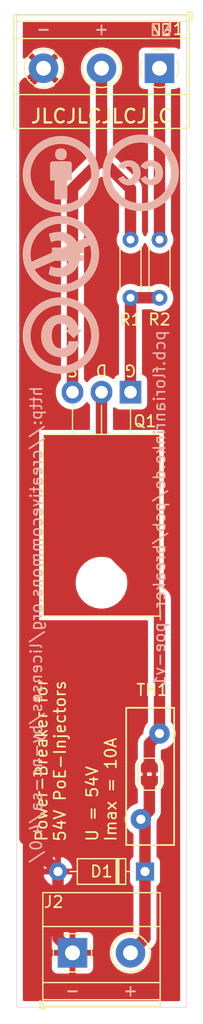
<source format=kicad_pcb>
(kicad_pcb (version 20171130) (host pcbnew 5.1.10)

  (general
    (thickness 1.6)
    (drawings 22)
    (tracks 26)
    (zones 0)
    (modules 12)
    (nets 7)
  )

  (page A4)
  (layers
    (0 F.Cu signal)
    (31 B.Cu signal)
    (32 B.Adhes user)
    (33 F.Adhes user)
    (34 B.Paste user)
    (35 F.Paste user)
    (36 B.SilkS user)
    (37 F.SilkS user)
    (38 B.Mask user)
    (39 F.Mask user)
    (40 Dwgs.User user)
    (41 Cmts.User user)
    (42 Eco1.User user)
    (43 Eco2.User user)
    (44 Edge.Cuts user)
    (45 Margin user)
    (46 B.CrtYd user)
    (47 F.CrtYd user)
    (48 B.Fab user)
    (49 F.Fab user)
  )

  (setup
    (last_trace_width 1)
    (user_trace_width 1)
    (trace_clearance 0.2)
    (zone_clearance 0.508)
    (zone_45_only no)
    (trace_min 0.2)
    (via_size 0.8)
    (via_drill 0.4)
    (via_min_size 0.4)
    (via_min_drill 0.3)
    (uvia_size 0.3)
    (uvia_drill 0.1)
    (uvias_allowed no)
    (uvia_min_size 0.2)
    (uvia_min_drill 0.1)
    (edge_width 0.05)
    (segment_width 0.2)
    (pcb_text_width 0.3)
    (pcb_text_size 1.5 1.5)
    (mod_edge_width 0.12)
    (mod_text_size 1 1)
    (mod_text_width 0.15)
    (pad_size 1.524 1.524)
    (pad_drill 0.762)
    (pad_to_mask_clearance 0)
    (aux_axis_origin 0 0)
    (visible_elements FFFFFF7F)
    (pcbplotparams
      (layerselection 0x010fc_ffffffff)
      (usegerberextensions true)
      (usegerberattributes true)
      (usegerberadvancedattributes true)
      (creategerberjobfile true)
      (excludeedgelayer true)
      (linewidth 0.100000)
      (plotframeref false)
      (viasonmask false)
      (mode 1)
      (useauxorigin false)
      (hpglpennumber 1)
      (hpglpenspeed 20)
      (hpglpendiameter 15.000000)
      (psnegative false)
      (psa4output false)
      (plotreference true)
      (plotvalue true)
      (plotinvisibletext false)
      (padsonsilk false)
      (subtractmaskfromsilk true)
      (outputformat 1)
      (mirror false)
      (drillshape 0)
      (scaleselection 1)
      (outputdirectory "gerber/"))
  )

  (net 0 "")
  (net 1 GND)
  (net 2 +48V)
  (net 3 /Vout)
  (net 4 /nEN)
  (net 5 /Gate)
  (net 6 /Drain)

  (net_class Default "This is the default net class."
    (clearance 0.2)
    (trace_width 0.25)
    (via_dia 0.8)
    (via_drill 0.4)
    (uvia_dia 0.3)
    (uvia_drill 0.1)
    (add_net +48V)
    (add_net /Drain)
    (add_net /Gate)
    (add_net /Vout)
    (add_net /nEN)
    (add_net GND)
  )

  (module _FR:Symbol_CC_SA_Silk locked (layer B.Cu) (tedit 5F7A472F) (tstamp 60E1800C)
    (at 146.304 86.487 180)
    (attr virtual)
    (fp_text reference REF** (at 0 -4) (layer B.Fab) hide
      (effects (font (size 1 1) (thickness 0.15)) (justify mirror))
    )
    (fp_text value Symbol_CC_SA_Silk (at 0.05 4) (layer B.Fab) hide
      (effects (font (size 1 1) (thickness 0.15)) (justify mirror))
    )
    (fp_circle (center 0 0) (end 3 0) (layer B.SilkS) (width 0.7))
    (fp_curve (pts (xy 1.7 -0.05) (xy 1.7 -0.570171) (xy 1.536699 -1.0025) (xy 1.210309 -1.347093)) (layer B.SilkS) (width 0.08))
    (fp_curve (pts (xy 0.617642 -0.848301) (xy 0.762951 -0.642773) (xy 0.835553 -0.368453) (xy 0.835553 -0.02587)) (layer B.SilkS) (width 0.08))
    (fp_curve (pts (xy 1.210309 -1.347093) (xy 0.883496 -1.691687) (xy 0.460374 -1.864195) (xy -0.059903 -1.864195)) (layer B.SilkS) (width 0.08))
    (fp_line (start -0.45265 0.476203) (end -1.123845 -0.195097) (layer B.SilkS) (width 0.08))
    (fp_curve (pts (xy 0.636057 0.793597) (xy 0.502919 0.981028) (xy 0.311572 1.074797) (xy 0.061382 1.074797)) (layer B.SilkS) (width 0.08))
    (fp_curve (pts (xy -0.059903 -1.864195) (xy -0.442914 -1.864195) (xy -0.773537 -1.749366) (xy -1.051667 -1.519496)) (layer B.SilkS) (width 0.08))
    (fp_line (start -1.553634 -0.539797) (end -0.700724 -0.539797) (layer B.SilkS) (width 0.08))
    (fp_line (start -0.700618 0.476203) (end -0.45265 0.476203) (layer B.SilkS) (width 0.08))
    (fp_curve (pts (xy 1.2283 1.268366) (xy 1.542731 0.925677) (xy 1.7 0.486152) (xy 1.7 -0.05)) (layer B.SilkS) (width 0.08))
    (fp_line (start -1.123845 -0.195097) (end -1.795146 0.476203) (layer B.SilkS) (width 0.08))
    (fp_curve (pts (xy 0.043179 -1.156699) (xy 0.28088 -1.156699) (xy 0.472545 -1.053829) (xy 0.617642 -0.848301)) (layer B.SilkS) (width 0.08))
    (fp_curve (pts (xy 0.835553 -0.02587) (xy 0.835553 0.333011) (xy 0.768984 0.606061) (xy 0.636057 0.793597)) (layer B.SilkS) (width 0.08))
    (fp_curve (pts (xy -1.051667 -1.519496) (xy -1.329903 -1.289626) (xy -1.49712 -0.96313) (xy -1.553634 -0.539797)) (layer B.SilkS) (width 0.08))
    (fp_line (start -1.795146 0.476203) (end -1.529293 0.476097) (layer B.SilkS) (width 0.08))
    (fp_curve (pts (xy 0.061382 1.074797) (xy -0.390314 1.074797) (xy -0.644209 0.875301) (xy -0.700618 0.476203)) (layer B.SilkS) (width 0.08))
    (fp_curve (pts (xy -1.529293 0.476097) (xy -1.46484 0.891387) (xy -1.297624 1.212909) (xy -1.027431 1.440663)) (layer B.SilkS) (width 0.08))
    (fp_curve (pts (xy -0.700724 -0.539797) (xy -0.680615 -0.951065) (xy -0.432648 -1.156699) (xy 0.043179 -1.156699)) (layer B.SilkS) (width 0.08))
    (fp_curve (pts (xy -0.0417 1.782293) (xy 0.490324 1.782293) (xy 0.91387 1.610843) (xy 1.2283 1.268366)) (layer B.SilkS) (width 0.08))
    (fp_curve (pts (xy -1.027431 1.440663) (xy -0.757344 1.668416) (xy -0.428838 1.782293) (xy -0.0417 1.782293)) (layer B.SilkS) (width 0.08))
    (fp_poly (pts (xy 0.65 1.65) (xy 0.95 1.45) (xy 1.3 1.05) (xy 1.55 0.6)
      (xy 1.65 0.3) (xy 1.65 0) (xy 1.65 -0.4) (xy 1.5 -0.9)
      (xy 1.3 -1.2) (xy 1.1 -1.4) (xy 0.8 -1.65) (xy 0.4 -1.8)
      (xy 0.1 -1.85) (xy -0.2 -1.85) (xy -0.575 -1.75) (xy -0.9 -1.6)
      (xy -1.15 -1.4) (xy -1.35 -1.1) (xy -1.5 -0.6) (xy -0.75 -0.6)
      (xy -0.75 -0.75) (xy -0.6 -1) (xy -0.3 -1.2) (xy 0.2 -1.2)
      (xy 0.6 -1) (xy 0.85 -0.55) (xy 0.9 0) (xy 0.85 0.55)
      (xy 0.65 0.9) (xy 0.25 1.1) (xy -0.25 1.1) (xy -0.6 0.9)
      (xy -0.8 0.45) (xy -0.55 0.45) (xy -1.1 -0.1) (xy -1.7 0.45)
      (xy -1.5 0.45) (xy -1.4 0.8) (xy -1.25 1.15) (xy -0.9 1.5)
      (xy -0.3 1.75) (xy 0.3 1.7)) (layer B.SilkS) (width 0.1))
  )

  (module _FR:Symbol_CC_NC_Silk locked (layer B.Cu) (tedit 5F7A471F) (tstamp 60E17F4B)
    (at 146.304 79.375 180)
    (attr virtual)
    (fp_text reference REF** (at 0 -4) (layer B.SilkS) hide
      (effects (font (size 1 1) (thickness 0.15)) (justify mirror))
    )
    (fp_text value Symbol_CC_NC_Silk (at 0.05 4) (layer B.Fab) hide
      (effects (font (size 1 1) (thickness 0.15)) (justify mirror))
    )
    (fp_poly (pts (xy 0.55 -0.5) (xy -0.75 -0.5) (xy -0.7 -0.75) (xy -0.45 -1.1)
      (xy -0.2 -1.2) (xy 0.15 -1.3) (xy 0.45 -1.3) (xy 0.85 -1.15)
      (xy 0.95 -1.7) (xy 0.7 -1.8) (xy 0.25 -1.9) (xy -0.15 -1.85)
      (xy -0.55 -1.75) (xy -0.95 -1.55) (xy -1.25 -1.2) (xy -1.45 -0.9)
      (xy -1.55 -0.5) (xy -1.9 -0.5) (xy -1.9 -0.2) (xy -1.6 -0.2)
      (xy -1.6 0.2) (xy -1.9 0.2) (xy -1.9 0.5) (xy -1.85 0.5)) (layer B.SilkS) (width 0.1))
    (fp_poly (pts (xy 0.6 1.8) (xy 0.95 1.7) (xy 0.8 1.15) (xy 0.4 1.3)
      (xy -0.1 1.25) (xy -0.45 1.05) (xy -0.7 0.75) (xy -1.3 1)
      (xy -1.2 1.25) (xy -0.95 1.45) (xy -0.5 1.75) (xy 0.05 1.85)) (layer B.SilkS) (width 0.1))
    (fp_poly (pts (xy 0.750899 0.133914) (xy -0.25 0.5) (xy 0.75 0.5)) (layer B.SilkS) (width 0.1))
    (fp_poly (pts (xy 2.75 -0.85) (xy 2.55 -1.35) (xy -2.9 1) (xy -2.6 1.55)) (layer B.SilkS) (width 0.1))
    (fp_line (start -2.85 0.95) (end -1.896848 0.541953) (layer B.SilkS) (width 0.08))
    (fp_line (start -0.692013 -0.544683) (end 0.557672 -0.544683) (layer B.SilkS) (width 0.08))
    (fp_line (start -1.6462 -0.136645) (end -1.962445 -0.136645) (layer B.SilkS) (width 0.08))
    (fp_line (start 0.750899 0.541953) (end -0.222359 0.541953) (layer B.SilkS) (width 0.08))
    (fp_line (start -0.222359 0.541953) (end -0.617823 0.716947) (layer B.SilkS) (width 0.08))
    (fp_line (start -1.962445 -0.136645) (end -1.962445 -0.544683) (layer B.SilkS) (width 0.08))
    (fp_line (start 0.750899 0.133914) (end 0.750899 0.541953) (layer B.SilkS) (width 0.08))
    (fp_line (start -1.962445 0.541953) (end -1.962445 0.133705) (layer B.SilkS) (width 0.08))
    (fp_curve (pts (xy 1.009512 1.743436) (xy 0.80242 1.835179) (xy 0.497882 1.915705) (xy 0.147328 1.915705)) (layer B.SilkS) (width 0.08))
    (fp_line (start -1.962445 -0.544683) (end -1.588986 -0.544683) (layer B.SilkS) (width 0.08))
    (fp_line (start -1.373544 1.051635) (end -2.6 1.6) (layer B.SilkS) (width 0.08))
    (fp_curve (pts (xy -1.640331 0.133705) (xy -1.640331 0.075977) (xy -1.6462 0.018632) (xy -1.6462 -0.038774)) (layer B.SilkS) (width 0.08))
    (fp_curve (pts (xy 0.239121 -1.240257) (xy -0.048447 -1.240257) (xy -0.318327 -1.154049) (xy -0.502349 -0.947064)) (layer B.SilkS) (width 0.08))
    (fp_line (start -1.962445 0.133705) (end -1.640331 0.133705) (layer B.SilkS) (width 0.08))
    (fp_curve (pts (xy -0.502349 -0.947064) (xy -0.588512 -0.84942) (xy -0.651775 -0.71701) (xy -0.692013 -0.544683)) (layer B.SilkS) (width 0.08))
    (fp_line (start 0.557672 -0.544683) (end 2.45 -1.35) (layer B.SilkS) (width 0.08))
    (fp_line (start 0.699554 0.133914) (end 0.750899 0.133914) (layer B.SilkS) (width 0.08))
    (fp_line (start 0.84856 1.088101) (end 1.009512 1.743436) (layer B.SilkS) (width 0.08))
    (fp_line (start -1.6462 -0.038774) (end -1.6462 -0.136645) (layer B.SilkS) (width 0.08))
    (fp_curve (pts (xy -0.617823 0.716947) (xy -0.583809 0.793453) (xy -0.543479 0.861869) (xy -0.496481 0.915413)) (layer B.SilkS) (width 0.08))
    (fp_curve (pts (xy 0.894037 -1.091041) (xy 0.773323 -1.154241) (xy 0.503404 -1.240257) (xy 0.239121 -1.240257)) (layer B.SilkS) (width 0.08))
    (fp_curve (pts (xy -1.267082 -1.292021) (xy -0.945177 -1.717472) (xy -0.427634 -1.947147) (xy 0.135592 -1.947147)) (layer B.SilkS) (width 0.08))
    (fp_line (start 1.032146 -1.728772) (end 0.894037 -1.091041) (layer B.SilkS) (width 0.08))
    (fp_curve (pts (xy -0.496481 0.915413) (xy -0.318253 1.134201) (xy -0.06536 1.226) (xy 0.210619 1.226)) (layer B.SilkS) (width 0.08))
    (fp_curve (pts (xy 0.135592 -1.947147) (xy 0.503636 -1.947147) (xy 0.836428 -1.838112) (xy 1.032146 -1.728772)) (layer B.SilkS) (width 0.08))
    (fp_curve (pts (xy 0.147328 1.915705) (xy -0.392935 1.915705) (xy -0.852829 1.697359) (xy -1.180528 1.329529)) (layer B.SilkS) (width 0.08))
    (fp_line (start 0.147328 1.915705) (end 0.147328 1.915705) (layer B.SilkS) (width 0.08))
    (fp_curve (pts (xy -1.180528 1.329529) (xy -1.253278 1.245512) (xy -1.316352 1.151319) (xy -1.373544 1.051635)) (layer B.SilkS) (width 0.08))
    (fp_line (start -1.896848 0.541953) (end -1.962445 0.541953) (layer B.SilkS) (width 0.08))
    (fp_curve (pts (xy -1.588986 -0.544683) (xy -1.537159 -0.84942) (xy -1.422132 -1.096625) (xy -1.267082 -1.292021)) (layer B.SilkS) (width 0.08))
    (fp_line (start 2.7 -0.75) (end 0.699554 0.133914) (layer B.SilkS) (width 0.08))
    (fp_curve (pts (xy 0.210619 1.226) (xy 0.463529 1.226) (xy 0.699196 1.151301) (xy 0.84856 1.088101)) (layer B.SilkS) (width 0.08))
    (fp_circle (center 0 0) (end 3 0) (layer B.SilkS) (width 0.7))
  )

  (module _FR:Symbol_CC_By_Silk locked (layer B.Cu) (tedit 5F7A4710) (tstamp 60E17E8A)
    (at 146.304 72.39 180)
    (attr virtual)
    (fp_text reference REF** (at 0 -4) (layer B.Fab) hide
      (effects (font (size 1 1) (thickness 0.15)) (justify mirror))
    )
    (fp_text value Symbol_CC_By_Silk (at 0.05 4) (layer B.Fab) hide
      (effects (font (size 1 1) (thickness 0.15)) (justify mirror))
    )
    (fp_circle (center 0 0) (end 3 0) (layer B.SilkS) (width 0.7))
    (fp_line (start -0.475 1.75) (end -0.475 1.75) (layer B.SilkS) (width 0.08))
    (fp_curve (pts (xy -0.003195 1.278301) (xy -0.317626 1.278301) (xy -0.475 1.435569) (xy -0.475 1.75)) (layer B.SilkS) (width 0.08))
    (fp_curve (pts (xy 0.468504 1.75) (xy 0.468504 1.435569) (xy 0.311236 1.278301) (xy -0.003195 1.278301)) (layer B.SilkS) (width 0.08))
    (fp_curve (pts (xy -0.003195 2.227731) (xy 0.311448 2.227731) (xy 0.468504 2.068558) (xy 0.468504 1.75)) (layer B.SilkS) (width 0.08))
    (fp_line (start -0.529292 -2.150487) (end -0.529292 -0.505732) (layer B.SilkS) (width 0.08))
    (fp_curve (pts (xy -0.475 1.75) (xy -0.475 2.068347) (xy -0.317837 2.227731) (xy -0.003195 2.227731)) (layer B.SilkS) (width 0.08))
    (fp_curve (pts (xy 0.843578 1.033402) (xy 0.88771 0.991069) (xy 0.910041 0.939634) (xy 0.910041 0.879203)) (layer B.SilkS) (width 0.08))
    (fp_line (start 0.910041 -0.505626) (end 0.523114 -0.505626) (layer B.SilkS) (width 0.08))
    (fp_line (start 0.523114 -2.150487) (end -0.529292 -2.150487) (layer B.SilkS) (width 0.08))
    (fp_line (start -0.916219 -0.505732) (end -0.916219 0.879203) (layer B.SilkS) (width 0.08))
    (fp_line (start -0.698626 1.096902) (end 0.692448 1.096902) (layer B.SilkS) (width 0.08))
    (fp_curve (pts (xy -0.852825 1.033402) (xy -0.810386 1.07563) (xy -0.75895 1.096902) (xy -0.698626 1.096902)) (layer B.SilkS) (width 0.08))
    (fp_line (start 0.910041 0.879203) (end 0.910041 0.879203) (layer B.SilkS) (width 0.08))
    (fp_line (start 0.910041 0.879203) (end 0.910041 -0.505626) (layer B.SilkS) (width 0.08))
    (fp_curve (pts (xy 0.692448 1.096902) (xy 0.748857 1.096902) (xy 0.799339 1.075736) (xy 0.843578 1.033402)) (layer B.SilkS) (width 0.08))
    (fp_line (start -0.529292 -0.505732) (end -0.916219 -0.505732) (layer B.SilkS) (width 0.08))
    (fp_line (start 0.523114 -0.505626) (end 0.523114 -2.150487) (layer B.SilkS) (width 0.08))
    (fp_curve (pts (xy -0.916219 0.879203) (xy -0.916219 0.93974) (xy -0.895052 0.991069) (xy -0.852825 1.033402)) (layer B.SilkS) (width 0.08))
    (fp_poly (pts (xy 0.325 2.1) (xy 0.45 1.75) (xy 0.35 1.425) (xy 0 1.3)
      (xy -0.35 1.425) (xy -0.45 1.75) (xy -0.325 2.1) (xy 0 2.2)) (layer B.SilkS) (width 0.1))
    (fp_poly (pts (xy 0.875 0.9) (xy 0.875 -0.475) (xy 0.5 -0.475) (xy 0.5 -2.125)
      (xy -0.5 -2.125) (xy -0.5 -0.475) (xy -0.875 -0.475) (xy -0.875 0.875)
      (xy -0.75 1.075) (xy 0.75 1.075)) (layer B.SilkS) (width 0.1))
  )

  (module _FR:Symbol_CC_Logo_Silk locked (layer B.Cu) (tedit 5F7A480F) (tstamp 60E17DCF)
    (at 153.289 72.263 180)
    (attr virtual)
    (fp_text reference REF** (at 0 -4) (layer B.SilkS) hide
      (effects (font (size 1 1) (thickness 0.15)) (justify mirror))
    )
    (fp_text value Symbol_CC_Logo_Silk (at 0.05 4) (layer B.Fab) hide
      (effects (font (size 1 1) (thickness 0.15)) (justify mirror))
    )
    (fp_circle (center 0 0) (end 3 0) (layer B.SilkS) (width 0.7))
    (fp_line (start -0.03 0.56) (end -0.03 0.56) (layer B.SilkS) (width 0.08))
    (fp_curve (pts (xy -1.641842 0.765422) (xy -1.454411 0.954864) (xy -1.217556 1.04969) (xy -0.931171 1.04969)) (layer B.SilkS) (width 0.08))
    (fp_curve (pts (xy 1.046431 -1.054806) (xy 0.739937 -1.054806) (xy 0.495145 -0.962201) (xy 0.311842 -0.77657)) (layer B.SilkS) (width 0.08))
    (fp_curve (pts (xy -1.644911 -0.77657) (xy -1.830331 -0.59115) (xy -1.923041 -0.333128) (xy -1.923041 -0.002611)) (layer B.SilkS) (width 0.08))
    (fp_line (start 1.923366 0.56) (end 1.475797 0.324097) (layer B.SilkS) (width 0.08))
    (fp_curve (pts (xy 0.756024 -0.437797) (xy 0.832542 -0.5467) (xy 0.94536 -0.601204) (xy 1.094797 -0.601204)) (layer B.SilkS) (width 0.08))
    (fp_curve (pts (xy -0.393008 -0.912671) (xy -0.550065 -1.007498) (xy -0.723526 -1.054806) (xy -0.913073 -1.054806)) (layer B.SilkS) (width 0.08))
    (fp_curve (pts (xy 1.094797 -0.601204) (xy 1.292176 -0.601204) (xy 1.431347 -0.504366) (xy 1.511886 -0.310903)) (layer B.SilkS) (width 0.08))
    (fp_curve (pts (xy -0.024073 -0.52257) (xy -0.112762 -0.687987) (xy -0.23574 -0.81795) (xy -0.393008 -0.912671)) (layer B.SilkS) (width 0.08))
    (fp_curve (pts (xy -1.312277 -0.002505) (xy -1.312277 -0.183903) (xy -1.273965 -0.328895) (xy -1.197447 -0.437797)) (layer B.SilkS) (width 0.08))
    (fp_curve (pts (xy 0.317768 0.765422) (xy 0.505093 0.954864) (xy 0.741948 1.04969) (xy 1.028227 1.04969)) (layer B.SilkS) (width 0.08))
    (fp_curve (pts (xy 1.028227 1.04969) (xy 1.447539 1.049902) (xy 1.746095 0.886601) (xy 1.923366 0.56)) (layer B.SilkS) (width 0.08))
    (fp_line (start -0.03 0.56) (end -0.483707 0.324097) (layer B.SilkS) (width 0.08))
    (fp_curve (pts (xy 0.036463 -0.002611) (xy 0.036463 0.31997) (xy 0.130126 0.575874) (xy 0.317768 0.765422)) (layer B.SilkS) (width 0.08))
    (fp_curve (pts (xy -0.858675 0.596194) (xy -1.160935 0.596194) (xy -1.312277 0.396698) (xy -1.312277 -0.002505)) (layer B.SilkS) (width 0.08))
    (fp_curve (pts (xy 1.094797 0.596194) (xy 0.792431 0.596194) (xy 0.641089 0.396698) (xy 0.641089 -0.002505)) (layer B.SilkS) (width 0.08))
    (fp_curve (pts (xy 1.475797 0.324097) (xy 1.427431 0.424744) (xy 1.367847 0.495441) (xy 1.297362 0.535764)) (layer B.SilkS) (width 0.08))
    (fp_line (start -0.441268 -0.310903) (end -0.024073 -0.52257) (layer B.SilkS) (width 0.08))
    (fp_curve (pts (xy -0.913073 -1.054806) (xy -1.215439 -1.054806) (xy -1.459491 -0.962201) (xy -1.644911 -0.77657)) (layer B.SilkS) (width 0.08))
    (fp_line (start 1.511886 -0.310903) (end 1.935219 -0.52257) (layer B.SilkS) (width 0.08))
    (fp_curve (pts (xy 1.935219 -0.52257) (xy 1.842615 -0.687987) (xy 1.71752 -0.81795) (xy 1.560463 -0.912671)) (layer B.SilkS) (width 0.08))
    (fp_curve (pts (xy -0.931171 1.04969) (xy -0.511754 1.049902) (xy -0.211504 0.886601) (xy -0.03 0.56)) (layer B.SilkS) (width 0.08))
    (fp_curve (pts (xy -0.858675 -0.601204) (xy -0.661084 -0.601204) (xy -0.52202 -0.504366) (xy -0.441268 -0.310903)) (layer B.SilkS) (width 0.08))
    (fp_curve (pts (xy 0.641089 -0.002505) (xy 0.641089 -0.183903) (xy 0.679507 -0.328895) (xy 0.756024 -0.437797)) (layer B.SilkS) (width 0.08))
    (fp_curve (pts (xy -0.483707 0.324097) (xy -0.532179 0.424744) (xy -0.591552 0.495441) (xy -0.662037 0.535764)) (layer B.SilkS) (width 0.08))
    (fp_curve (pts (xy -1.923041 -0.002611) (xy -1.923041 0.31997) (xy -1.829273 0.575874) (xy -1.641842 0.765422)) (layer B.SilkS) (width 0.08))
    (fp_curve (pts (xy -1.197447 -0.437797) (xy -1.120824 -0.5467) (xy -1.0079 -0.601204) (xy -0.858675 -0.601204)) (layer B.SilkS) (width 0.08))
    (fp_curve (pts (xy 1.297362 0.535764) (xy 1.226665 0.57598) (xy 1.159037 0.596194) (xy 1.094797 0.596194)) (layer B.SilkS) (width 0.08))
    (fp_curve (pts (xy 1.560463 -0.912671) (xy 1.403195 -1.007498) (xy 1.231851 -1.054806) (xy 1.046431 -1.054806)) (layer B.SilkS) (width 0.08))
    (fp_line (start 1.923366 0.56) (end 1.923366 0.56) (layer B.SilkS) (width 0.08))
    (fp_curve (pts (xy -0.662037 0.535764) (xy -0.732627 0.57598) (xy -0.798138 0.596194) (xy -0.858675 0.596194)) (layer B.SilkS) (width 0.08))
    (fp_curve (pts (xy 0.311842 -0.77657) (xy 0.128115 -0.59115) (xy 0.036463 -0.333128) (xy 0.036463 -0.002611)) (layer B.SilkS) (width 0.08))
    (fp_poly (pts (xy -0.63 1) (xy -0.27 0.82) (xy -0.06 0.56) (xy -0.47 0.36)
      (xy -0.57 0.5) (xy -0.73 0.6) (xy -0.99 0.67) (xy -1.25 0.53)
      (xy -1.37 0.17) (xy -1.37 -0.14) (xy -1.24 -0.51) (xy -0.97 -0.65)
      (xy -0.63 -0.62) (xy -0.41 -0.38) (xy -0.1 -0.53) (xy -0.23 -0.73)
      (xy -0.55 -0.94) (xy -0.93 -1) (xy -1.34 -0.92) (xy -1.7 -0.64)
      (xy -1.85 -0.28) (xy -1.87 0.18) (xy -1.71 0.63) (xy -1.39 0.91)
      (xy -1.05 1.02)) (layer B.SilkS) (width 0.1))
    (fp_poly (pts (xy 1.33 1) (xy 1.69 0.82) (xy 1.9 0.56) (xy 1.49 0.36)
      (xy 1.39 0.5) (xy 1.23 0.6) (xy 0.97 0.67) (xy 0.71 0.53)
      (xy 0.59 0.17) (xy 0.59 -0.14) (xy 0.72 -0.51) (xy 0.99 -0.65)
      (xy 1.33 -0.62) (xy 1.55 -0.38) (xy 1.86 -0.53) (xy 1.73 -0.73)
      (xy 1.41 -0.94) (xy 1.03 -1) (xy 0.62 -0.92) (xy 0.26 -0.64)
      (xy 0.11 -0.28) (xy 0.09 0.18) (xy 0.25 0.63) (xy 0.57 0.91)
      (xy 0.91 1.02)) (layer B.SilkS) (width 0.1))
  )

  (module Jumper:SolderJumper-2_P1.3mm_Bridged2Bar_RoundedPad1.0x1.5mm (layer F.Cu) (tedit 5C74525F) (tstamp 60E11C06)
    (at 154.051 124.841 270)
    (descr "SMD Solder Jumper, 1x1.5mm, rounded Pads, 0.3mm gap, bridged with 2 copper strips")
    (tags "solder jumper open")
    (path /60E2BEA7)
    (attr virtual)
    (fp_text reference JP1 (at 0 -1.8 90) (layer F.Fab)
      (effects (font (size 1 1) (thickness 0.15)))
    )
    (fp_text value Bypass (at 0 1.9 90) (layer F.Fab) hide
      (effects (font (size 1 1) (thickness 0.15)))
    )
    (fp_line (start -1.4 0.3) (end -1.4 -0.3) (layer F.SilkS) (width 0.12))
    (fp_line (start 0.7 1) (end -0.7 1) (layer F.SilkS) (width 0.12))
    (fp_line (start 1.4 -0.3) (end 1.4 0.3) (layer F.SilkS) (width 0.12))
    (fp_line (start -0.7 -1) (end 0.7 -1) (layer F.SilkS) (width 0.12))
    (fp_line (start -1.65 -1.25) (end 1.65 -1.25) (layer F.CrtYd) (width 0.05))
    (fp_line (start -1.65 -1.25) (end -1.65 1.25) (layer F.CrtYd) (width 0.05))
    (fp_line (start 1.65 1.25) (end 1.65 -1.25) (layer F.CrtYd) (width 0.05))
    (fp_line (start 1.65 1.25) (end -1.65 1.25) (layer F.CrtYd) (width 0.05))
    (fp_poly (pts (xy -0.25 0.2) (xy 0.25 0.2) (xy 0.25 0.6) (xy -0.25 0.6)) (layer F.Cu) (width 0))
    (fp_poly (pts (xy -0.25 -0.6) (xy 0.25 -0.6) (xy 0.25 -0.2) (xy -0.25 -0.2)) (layer F.Cu) (width 0))
    (fp_arc (start -0.7 -0.3) (end -0.7 -1) (angle -90) (layer F.SilkS) (width 0.12))
    (fp_arc (start -0.7 0.3) (end -1.4 0.3) (angle -90) (layer F.SilkS) (width 0.12))
    (fp_arc (start 0.7 0.3) (end 0.7 1) (angle -90) (layer F.SilkS) (width 0.12))
    (fp_arc (start 0.7 -0.3) (end 1.4 -0.3) (angle -90) (layer F.SilkS) (width 0.12))
    (pad 1 smd custom (at -0.65 0 270) (size 1 0.5) (layers F.Cu F.Mask)
      (net 6 /Drain) (zone_connect 2)
      (options (clearance outline) (anchor rect))
      (primitives
        (gr_circle (center 0 0.25) (end 0.5 0.25) (width 0))
        (gr_circle (center 0 -0.25) (end 0.5 -0.25) (width 0))
        (gr_poly (pts
           (xy 0.5 0.75) (xy 0.5 -0.75) (xy 0 -0.75) (xy 0 0.75)) (width 0))
      ))
    (pad 2 smd custom (at 0.65 0 270) (size 1 0.5) (layers F.Cu F.Mask)
      (net 3 /Vout) (zone_connect 2)
      (options (clearance outline) (anchor rect))
      (primitives
        (gr_circle (center 0 0.25) (end 0.5 0.25) (width 0))
        (gr_circle (center 0 -0.25) (end 0.5 -0.25) (width 0))
        (gr_poly (pts
           (xy -0.5 0.75) (xy -0.5 -0.75) (xy 0 -0.75) (xy 0 0.75)) (width 0))
      ))
  )

  (module Varistor:RV_Disc_D12mm_W4.2mm_P7.5mm (layer F.Cu) (tedit 5A0F68FD) (tstamp 60E0FB0A)
    (at 154.94 121.285 270)
    (descr "Varistor, diameter 12mm, width 4.2mm, pitch 7.5mm")
    (tags "varistor SIOV")
    (path /60E1DFDE)
    (fp_text reference TH1 (at -3.81 0.635 180) (layer F.SilkS)
      (effects (font (size 1 1) (thickness 0.15)))
    )
    (fp_text value Thermistor_NTC (at 3.75 -2.28333 90) (layer F.Fab)
      (effects (font (size 1 1) (thickness 0.15)))
    )
    (fp_line (start -2.25 -1.28333) (end -2.25 2.91667) (layer F.Fab) (width 0.1))
    (fp_line (start 9.75 -1.28333) (end 9.75 2.91667) (layer F.Fab) (width 0.1))
    (fp_line (start -2.25 -1.28333) (end 9.75 -1.28333) (layer F.Fab) (width 0.1))
    (fp_line (start -2.25 2.91667) (end 9.75 2.91667) (layer F.Fab) (width 0.1))
    (fp_line (start -2.25 -1.28333) (end -2.25 2.91667) (layer F.SilkS) (width 0.15))
    (fp_line (start 9.75 -1.28333) (end 9.75 2.91667) (layer F.SilkS) (width 0.15))
    (fp_line (start -2.25 -1.28333) (end 9.75 -1.28333) (layer F.SilkS) (width 0.15))
    (fp_line (start -2.25 2.91667) (end 9.75 2.91667) (layer F.SilkS) (width 0.15))
    (fp_line (start -2.5 -1.53) (end -2.5 3.17) (layer F.CrtYd) (width 0.05))
    (fp_line (start 10 -1.53) (end 10 3.17) (layer F.CrtYd) (width 0.05))
    (fp_line (start -2.5 -1.53) (end 10 -1.53) (layer F.CrtYd) (width 0.05))
    (fp_line (start -2.5 3.17) (end 10 3.17) (layer F.CrtYd) (width 0.05))
    (fp_text user %R (at 3.75 0.817 90) (layer F.Fab)
      (effects (font (size 1 1) (thickness 0.15)))
    )
    (pad 2 thru_hole circle (at 7.5 1.63333 270) (size 1.8 1.8) (drill 0.8) (layers *.Cu *.Mask)
      (net 3 /Vout))
    (pad 1 thru_hole circle (at 0 0 270) (size 1.8 1.8) (drill 0.8) (layers *.Cu *.Mask)
      (net 6 /Drain))
    (model ${KISYS3DMOD}/Varistor.3dshapes/RV_Disc_D12mm_W4.2mm_P7.5mm.wrl
      (at (xyz 0 0 0))
      (scale (xyz 1 1 1))
      (rotate (xyz 0 0 0))
    )
  )

  (module Diode_THT:D_DO-35_SOD27_P7.62mm_Horizontal (layer F.Cu) (tedit 5AE50CD5) (tstamp 60E106C6)
    (at 153.67 133.35 180)
    (descr "Diode, DO-35_SOD27 series, Axial, Horizontal, pin pitch=7.62mm, , length*diameter=4*2mm^2, , http://www.diodes.com/_files/packages/DO-35.pdf")
    (tags "Diode DO-35_SOD27 series Axial Horizontal pin pitch 7.62mm  length 4mm diameter 2mm")
    (path /60E2018E)
    (fp_text reference D1 (at 3.81 0) (layer F.SilkS)
      (effects (font (size 1 1) (thickness 0.15)))
    )
    (fp_text value D_Schottky (at 3.81 2.12) (layer F.Fab) hide
      (effects (font (size 1 1) (thickness 0.15)))
    )
    (fp_line (start 8.67 -1.25) (end -1.05 -1.25) (layer F.CrtYd) (width 0.05))
    (fp_line (start 8.67 1.25) (end 8.67 -1.25) (layer F.CrtYd) (width 0.05))
    (fp_line (start -1.05 1.25) (end 8.67 1.25) (layer F.CrtYd) (width 0.05))
    (fp_line (start -1.05 -1.25) (end -1.05 1.25) (layer F.CrtYd) (width 0.05))
    (fp_line (start 2.29 -1.12) (end 2.29 1.12) (layer F.SilkS) (width 0.12))
    (fp_line (start 2.53 -1.12) (end 2.53 1.12) (layer F.SilkS) (width 0.12))
    (fp_line (start 2.41 -1.12) (end 2.41 1.12) (layer F.SilkS) (width 0.12))
    (fp_line (start 6.58 0) (end 5.93 0) (layer F.SilkS) (width 0.12))
    (fp_line (start 1.04 0) (end 1.69 0) (layer F.SilkS) (width 0.12))
    (fp_line (start 5.93 -1.12) (end 1.69 -1.12) (layer F.SilkS) (width 0.12))
    (fp_line (start 5.93 1.12) (end 5.93 -1.12) (layer F.SilkS) (width 0.12))
    (fp_line (start 1.69 1.12) (end 5.93 1.12) (layer F.SilkS) (width 0.12))
    (fp_line (start 1.69 -1.12) (end 1.69 1.12) (layer F.SilkS) (width 0.12))
    (fp_line (start 2.31 -1) (end 2.31 1) (layer F.Fab) (width 0.1))
    (fp_line (start 2.51 -1) (end 2.51 1) (layer F.Fab) (width 0.1))
    (fp_line (start 2.41 -1) (end 2.41 1) (layer F.Fab) (width 0.1))
    (fp_line (start 7.62 0) (end 5.81 0) (layer F.Fab) (width 0.1))
    (fp_line (start 0 0) (end 1.81 0) (layer F.Fab) (width 0.1))
    (fp_line (start 5.81 -1) (end 1.81 -1) (layer F.Fab) (width 0.1))
    (fp_line (start 5.81 1) (end 5.81 -1) (layer F.Fab) (width 0.1))
    (fp_line (start 1.81 1) (end 5.81 1) (layer F.Fab) (width 0.1))
    (fp_line (start 1.81 -1) (end 1.81 1) (layer F.Fab) (width 0.1))
    (fp_text user K (at 0 -1.8) (layer F.SilkS) hide
      (effects (font (size 1 1) (thickness 0.15)))
    )
    (fp_text user K (at 0 -1.8) (layer F.Fab)
      (effects (font (size 1 1) (thickness 0.15)))
    )
    (fp_text user %R (at 4.11 0) (layer F.Fab)
      (effects (font (size 0.8 0.8) (thickness 0.12)))
    )
    (pad 2 thru_hole oval (at 7.62 0 180) (size 1.6 1.6) (drill 0.8) (layers *.Cu *.Mask)
      (net 1 GND))
    (pad 1 thru_hole rect (at 0 0 180) (size 1.6 1.6) (drill 0.8) (layers *.Cu *.Mask)
      (net 3 /Vout))
    (model ${KISYS3DMOD}/Diode_THT.3dshapes/D_DO-35_SOD27_P7.62mm_Horizontal.wrl
      (at (xyz 0 0 0))
      (scale (xyz 1 1 1))
      (rotate (xyz 0 0 0))
    )
  )

  (module TerminalBlock_Phoenix:TerminalBlock_Phoenix_MKDS-1,5-3-5.08_1x03_P5.08mm_Horizontal (layer F.Cu) (tedit 5B294EBC) (tstamp 60E1307A)
    (at 154.94 63.119 180)
    (descr "Terminal Block Phoenix MKDS-1,5-3-5.08, 3 pins, pitch 5.08mm, size 15.2x9.8mm^2, drill diamater 1.3mm, pad diameter 2.6mm, see http://www.farnell.com/datasheets/100425.pdf, script-generated using https://github.com/pointhi/kicad-footprint-generator/scripts/TerminalBlock_Phoenix")
    (tags "THT Terminal Block Phoenix MKDS-1,5-3-5.08 pitch 5.08mm size 15.2x9.8mm^2 drill 1.3mm pad 2.6mm")
    (path /60E12FFF)
    (fp_text reference J1 (at -1.27 3.429) (layer F.SilkS)
      (effects (font (size 1 1) (thickness 0.15)))
    )
    (fp_text value Supply (at 5.08 5.66) (layer F.Fab) hide
      (effects (font (size 1 1) (thickness 0.15)))
    )
    (fp_circle (center 0 0) (end 1.5 0) (layer F.Fab) (width 0.1))
    (fp_circle (center 5.08 0) (end 6.58 0) (layer F.Fab) (width 0.1))
    (fp_circle (center 5.08 0) (end 6.76 0) (layer F.SilkS) (width 0.12))
    (fp_circle (center 10.16 0) (end 11.66 0) (layer F.Fab) (width 0.1))
    (fp_circle (center 10.16 0) (end 11.84 0) (layer F.SilkS) (width 0.12))
    (fp_line (start -2.54 -5.2) (end 12.7 -5.2) (layer F.Fab) (width 0.1))
    (fp_line (start 12.7 -5.2) (end 12.7 4.6) (layer F.Fab) (width 0.1))
    (fp_line (start 12.7 4.6) (end -2.04 4.6) (layer F.Fab) (width 0.1))
    (fp_line (start -2.04 4.6) (end -2.54 4.1) (layer F.Fab) (width 0.1))
    (fp_line (start -2.54 4.1) (end -2.54 -5.2) (layer F.Fab) (width 0.1))
    (fp_line (start -2.54 4.1) (end 12.7 4.1) (layer F.Fab) (width 0.1))
    (fp_line (start -2.6 4.1) (end 12.76 4.1) (layer F.SilkS) (width 0.12))
    (fp_line (start -2.54 2.6) (end 12.7 2.6) (layer F.Fab) (width 0.1))
    (fp_line (start -2.6 2.6) (end 12.76 2.6) (layer F.SilkS) (width 0.12))
    (fp_line (start -2.54 -2.3) (end 12.7 -2.3) (layer F.Fab) (width 0.1))
    (fp_line (start -2.6 -2.301) (end 12.76 -2.301) (layer F.SilkS) (width 0.12))
    (fp_line (start -2.6 -5.261) (end 12.76 -5.261) (layer F.SilkS) (width 0.12))
    (fp_line (start -2.6 4.66) (end 12.76 4.66) (layer F.SilkS) (width 0.12))
    (fp_line (start -2.6 -5.261) (end -2.6 4.66) (layer F.SilkS) (width 0.12))
    (fp_line (start 12.76 -5.261) (end 12.76 4.66) (layer F.SilkS) (width 0.12))
    (fp_line (start 1.138 -0.955) (end -0.955 1.138) (layer F.Fab) (width 0.1))
    (fp_line (start 0.955 -1.138) (end -1.138 0.955) (layer F.Fab) (width 0.1))
    (fp_line (start 6.218 -0.955) (end 4.126 1.138) (layer F.Fab) (width 0.1))
    (fp_line (start 6.035 -1.138) (end 3.943 0.955) (layer F.Fab) (width 0.1))
    (fp_line (start 6.355 -1.069) (end 6.308 -1.023) (layer F.SilkS) (width 0.12))
    (fp_line (start 4.046 1.239) (end 4.011 1.274) (layer F.SilkS) (width 0.12))
    (fp_line (start 6.15 -1.275) (end 6.115 -1.239) (layer F.SilkS) (width 0.12))
    (fp_line (start 3.853 1.023) (end 3.806 1.069) (layer F.SilkS) (width 0.12))
    (fp_line (start 11.298 -0.955) (end 9.206 1.138) (layer F.Fab) (width 0.1))
    (fp_line (start 11.115 -1.138) (end 9.023 0.955) (layer F.Fab) (width 0.1))
    (fp_line (start 11.435 -1.069) (end 11.388 -1.023) (layer F.SilkS) (width 0.12))
    (fp_line (start 9.126 1.239) (end 9.091 1.274) (layer F.SilkS) (width 0.12))
    (fp_line (start 11.23 -1.275) (end 11.195 -1.239) (layer F.SilkS) (width 0.12))
    (fp_line (start 8.933 1.023) (end 8.886 1.069) (layer F.SilkS) (width 0.12))
    (fp_line (start -2.84 4.16) (end -2.84 4.9) (layer F.SilkS) (width 0.12))
    (fp_line (start -2.84 4.9) (end -2.34 4.9) (layer F.SilkS) (width 0.12))
    (fp_line (start -3.04 -5.71) (end -3.04 5.1) (layer F.CrtYd) (width 0.05))
    (fp_line (start -3.04 5.1) (end 13.21 5.1) (layer F.CrtYd) (width 0.05))
    (fp_line (start 13.21 5.1) (end 13.21 -5.71) (layer F.CrtYd) (width 0.05))
    (fp_line (start 13.21 -5.71) (end -3.04 -5.71) (layer F.CrtYd) (width 0.05))
    (fp_text user %R (at -1.27 3.429) (layer F.Fab)
      (effects (font (size 1 1) (thickness 0.15)))
    )
    (fp_arc (start 0 0) (end -0.684 1.535) (angle -25) (layer F.SilkS) (width 0.12))
    (fp_arc (start 0 0) (end -1.535 -0.684) (angle -48) (layer F.SilkS) (width 0.12))
    (fp_arc (start 0 0) (end 0.684 -1.535) (angle -48) (layer F.SilkS) (width 0.12))
    (fp_arc (start 0 0) (end 1.535 0.684) (angle -48) (layer F.SilkS) (width 0.12))
    (fp_arc (start 0 0) (end 0 1.68) (angle -24) (layer F.SilkS) (width 0.12))
    (pad 3 thru_hole circle (at 10.16 0 180) (size 2.6 2.6) (drill 1.3) (layers *.Cu *.Mask)
      (net 1 GND))
    (pad 2 thru_hole circle (at 5.08 0 180) (size 2.6 2.6) (drill 1.3) (layers *.Cu *.Mask)
      (net 2 +48V))
    (pad 1 thru_hole rect (at 0 0 180) (size 2.6 2.6) (drill 1.3) (layers *.Cu *.Mask)
      (net 4 /nEN))
    (model ${KISYS3DMOD}/TerminalBlock_Phoenix.3dshapes/TerminalBlock_Phoenix_MKDS-1,5-3-5.08_1x03_P5.08mm_Horizontal.wrl
      (at (xyz 0 0 0))
      (scale (xyz 1 1 1))
      (rotate (xyz 0 0 0))
    )
  )

  (module Package_TO_SOT_THT:TO-220-3_Horizontal_TabDown (layer F.Cu) (tedit 5AC8BA0D) (tstamp 60E15287)
    (at 152.4 91.44 180)
    (descr "TO-220-3, Horizontal, RM 2.54mm, see https://www.vishay.com/docs/66542/to-220-1.pdf")
    (tags "TO-220-3 Horizontal RM 2.54mm")
    (path /60E03744)
    (fp_text reference Q1 (at -1.27 -2.54 180) (layer F.SilkS)
      (effects (font (size 1 1) (thickness 0.15)))
    )
    (fp_text value IRF9530N (at 2.54 2) (layer F.Fab) hide
      (effects (font (size 1 1) (thickness 0.15)))
    )
    (fp_line (start 7.79 -19.71) (end -2.71 -19.71) (layer F.CrtYd) (width 0.05))
    (fp_line (start 7.79 1.25) (end 7.79 -19.71) (layer F.CrtYd) (width 0.05))
    (fp_line (start -2.71 1.25) (end 7.79 1.25) (layer F.CrtYd) (width 0.05))
    (fp_line (start -2.71 -19.71) (end -2.71 1.25) (layer F.CrtYd) (width 0.05))
    (fp_line (start 5.08 -3.69) (end 5.08 -1.15) (layer F.SilkS) (width 0.12))
    (fp_line (start 2.54 -3.69) (end 2.54 -1.15) (layer F.SilkS) (width 0.12))
    (fp_line (start 0 -3.69) (end 0 -1.15) (layer F.SilkS) (width 0.12))
    (fp_line (start 7.66 -19.58) (end 7.66 -3.69) (layer F.SilkS) (width 0.12))
    (fp_line (start -2.58 -19.58) (end -2.58 -3.69) (layer F.SilkS) (width 0.12))
    (fp_line (start -2.58 -19.58) (end 7.66 -19.58) (layer F.SilkS) (width 0.12))
    (fp_line (start -2.58 -3.69) (end 7.66 -3.69) (layer F.SilkS) (width 0.12))
    (fp_line (start 5.08 -3.81) (end 5.08 0) (layer F.Fab) (width 0.1))
    (fp_line (start 2.54 -3.81) (end 2.54 0) (layer F.Fab) (width 0.1))
    (fp_line (start 0 -3.81) (end 0 0) (layer F.Fab) (width 0.1))
    (fp_line (start 7.54 -3.81) (end -2.46 -3.81) (layer F.Fab) (width 0.1))
    (fp_line (start 7.54 -13.06) (end 7.54 -3.81) (layer F.Fab) (width 0.1))
    (fp_line (start -2.46 -13.06) (end 7.54 -13.06) (layer F.Fab) (width 0.1))
    (fp_line (start -2.46 -3.81) (end -2.46 -13.06) (layer F.Fab) (width 0.1))
    (fp_line (start 7.54 -13.06) (end -2.46 -13.06) (layer F.Fab) (width 0.1))
    (fp_line (start 7.54 -19.46) (end 7.54 -13.06) (layer F.Fab) (width 0.1))
    (fp_line (start -2.46 -19.46) (end 7.54 -19.46) (layer F.Fab) (width 0.1))
    (fp_line (start -2.46 -13.06) (end -2.46 -19.46) (layer F.Fab) (width 0.1))
    (fp_circle (center 2.54 -16.66) (end 4.39 -16.66) (layer F.Fab) (width 0.1))
    (fp_text user %R (at -1.27 -2.54 180) (layer F.Fab)
      (effects (font (size 1 1) (thickness 0.15)))
    )
    (pad 3 thru_hole oval (at 5.08 0 180) (size 1.905 2) (drill 1.1) (layers *.Cu *.Mask)
      (net 2 +48V))
    (pad 2 thru_hole oval (at 2.54 0 180) (size 1.905 2) (drill 1.1) (layers *.Cu *.Mask)
      (net 6 /Drain))
    (pad 1 thru_hole rect (at 0 0 180) (size 1.905 2) (drill 1.1) (layers *.Cu *.Mask)
      (net 5 /Gate))
    (pad "" np_thru_hole oval (at 2.54 -16.66 180) (size 3.5 3.5) (drill 3.5) (layers *.Cu *.Mask))
    (model ${KISYS3DMOD}/Package_TO_SOT_THT.3dshapes/TO-220-3_Horizontal_TabDown.wrl
      (at (xyz 0 0 0))
      (scale (xyz 1 1 1))
      (rotate (xyz 0 0 0))
    )
  )

  (module Resistor_THT:R_Axial_DIN0204_L3.6mm_D1.6mm_P5.08mm_Horizontal (layer F.Cu) (tedit 5AE5139B) (tstamp 60E15322)
    (at 152.4 78.105 270)
    (descr "Resistor, Axial_DIN0204 series, Axial, Horizontal, pin pitch=5.08mm, 0.167W, length*diameter=3.6*1.6mm^2, http://cdn-reichelt.de/documents/datenblatt/B400/1_4W%23YAG.pdf")
    (tags "Resistor Axial_DIN0204 series Axial Horizontal pin pitch 5.08mm 0.167W length 3.6mm diameter 1.6mm")
    (path /60E07CAC)
    (fp_text reference R1 (at 6.985 0 180) (layer F.SilkS)
      (effects (font (size 1 1) (thickness 0.15)))
    )
    (fp_text value 10k (at 2.54 1.92 90) (layer F.Fab) hide
      (effects (font (size 1 1) (thickness 0.15)))
    )
    (fp_line (start 0.74 -0.8) (end 0.74 0.8) (layer F.Fab) (width 0.1))
    (fp_line (start 0.74 0.8) (end 4.34 0.8) (layer F.Fab) (width 0.1))
    (fp_line (start 4.34 0.8) (end 4.34 -0.8) (layer F.Fab) (width 0.1))
    (fp_line (start 4.34 -0.8) (end 0.74 -0.8) (layer F.Fab) (width 0.1))
    (fp_line (start 0 0) (end 0.74 0) (layer F.Fab) (width 0.1))
    (fp_line (start 5.08 0) (end 4.34 0) (layer F.Fab) (width 0.1))
    (fp_line (start 0.62 -0.92) (end 4.46 -0.92) (layer F.SilkS) (width 0.12))
    (fp_line (start 0.62 0.92) (end 4.46 0.92) (layer F.SilkS) (width 0.12))
    (fp_line (start -0.95 -1.05) (end -0.95 1.05) (layer F.CrtYd) (width 0.05))
    (fp_line (start -0.95 1.05) (end 6.03 1.05) (layer F.CrtYd) (width 0.05))
    (fp_line (start 6.03 1.05) (end 6.03 -1.05) (layer F.CrtYd) (width 0.05))
    (fp_line (start 6.03 -1.05) (end -0.95 -1.05) (layer F.CrtYd) (width 0.05))
    (fp_text user %R (at 2.54 0 90) (layer F.Fab)
      (effects (font (size 0.72 0.72) (thickness 0.108)))
    )
    (pad 2 thru_hole oval (at 5.08 0 270) (size 1.4 1.4) (drill 0.7) (layers *.Cu *.Mask)
      (net 5 /Gate))
    (pad 1 thru_hole circle (at 0 0 270) (size 1.4 1.4) (drill 0.7) (layers *.Cu *.Mask)
      (net 2 +48V))
    (model ${KISYS3DMOD}/Resistor_THT.3dshapes/R_Axial_DIN0204_L3.6mm_D1.6mm_P5.08mm_Horizontal.wrl
      (at (xyz 0 0 0))
      (scale (xyz 1 1 1))
      (rotate (xyz 0 0 0))
    )
  )

  (module Resistor_THT:R_Axial_DIN0204_L3.6mm_D1.6mm_P5.08mm_Horizontal (layer F.Cu) (tedit 5AE5139B) (tstamp 60E150FC)
    (at 154.94 83.185 90)
    (descr "Resistor, Axial_DIN0204 series, Axial, Horizontal, pin pitch=5.08mm, 0.167W, length*diameter=3.6*1.6mm^2, http://cdn-reichelt.de/documents/datenblatt/B400/1_4W%23YAG.pdf")
    (tags "Resistor Axial_DIN0204 series Axial Horizontal pin pitch 5.08mm 0.167W length 3.6mm diameter 1.6mm")
    (path /60E07892)
    (fp_text reference R2 (at -1.905 0 180) (layer F.SilkS)
      (effects (font (size 1 1) (thickness 0.15)))
    )
    (fp_text value 47k (at 2.54 1.92 90) (layer F.Fab) hide
      (effects (font (size 1 1) (thickness 0.15)))
    )
    (fp_line (start 0.74 -0.8) (end 0.74 0.8) (layer F.Fab) (width 0.1))
    (fp_line (start 0.74 0.8) (end 4.34 0.8) (layer F.Fab) (width 0.1))
    (fp_line (start 4.34 0.8) (end 4.34 -0.8) (layer F.Fab) (width 0.1))
    (fp_line (start 4.34 -0.8) (end 0.74 -0.8) (layer F.Fab) (width 0.1))
    (fp_line (start 0 0) (end 0.74 0) (layer F.Fab) (width 0.1))
    (fp_line (start 5.08 0) (end 4.34 0) (layer F.Fab) (width 0.1))
    (fp_line (start 0.62 -0.92) (end 4.46 -0.92) (layer F.SilkS) (width 0.12))
    (fp_line (start 0.62 0.92) (end 4.46 0.92) (layer F.SilkS) (width 0.12))
    (fp_line (start -0.95 -1.05) (end -0.95 1.05) (layer F.CrtYd) (width 0.05))
    (fp_line (start -0.95 1.05) (end 6.03 1.05) (layer F.CrtYd) (width 0.05))
    (fp_line (start 6.03 1.05) (end 6.03 -1.05) (layer F.CrtYd) (width 0.05))
    (fp_line (start 6.03 -1.05) (end -0.95 -1.05) (layer F.CrtYd) (width 0.05))
    (fp_text user %R (at 2.54 0 90) (layer F.Fab)
      (effects (font (size 0.72 0.72) (thickness 0.108)))
    )
    (pad 2 thru_hole oval (at 5.08 0 90) (size 1.4 1.4) (drill 0.7) (layers *.Cu *.Mask)
      (net 4 /nEN))
    (pad 1 thru_hole circle (at 0 0 90) (size 1.4 1.4) (drill 0.7) (layers *.Cu *.Mask)
      (net 5 /Gate))
    (model ${KISYS3DMOD}/Resistor_THT.3dshapes/R_Axial_DIN0204_L3.6mm_D1.6mm_P5.08mm_Horizontal.wrl
      (at (xyz 0 0 0))
      (scale (xyz 1 1 1))
      (rotate (xyz 0 0 0))
    )
  )

  (module TerminalBlock_Phoenix:TerminalBlock_Phoenix_MKDS-1,5-2-5.08_1x02_P5.08mm_Horizontal (layer F.Cu) (tedit 5B294EBC) (tstamp 60E130A6)
    (at 147.32 140.462)
    (descr "Terminal Block Phoenix MKDS-1,5-2-5.08, 2 pins, pitch 5.08mm, size 10.2x9.8mm^2, drill diamater 1.3mm, pad diameter 2.6mm, see http://www.farnell.com/datasheets/100425.pdf, script-generated using https://github.com/pointhi/kicad-footprint-generator/scripts/TerminalBlock_Phoenix")
    (tags "THT Terminal Block Phoenix MKDS-1,5-2-5.08 pitch 5.08mm size 10.2x9.8mm^2 drill 1.3mm pad 2.6mm")
    (path /60E12263)
    (fp_text reference J2 (at -1.651 -4.445) (layer F.SilkS)
      (effects (font (size 1 1) (thickness 0.15)))
    )
    (fp_text value Out (at 0.762 -4.445) (layer F.Fab) hide
      (effects (font (size 1 1) (thickness 0.15)))
    )
    (fp_line (start 8.13 -5.71) (end -3.04 -5.71) (layer F.CrtYd) (width 0.05))
    (fp_line (start 8.13 5.1) (end 8.13 -5.71) (layer F.CrtYd) (width 0.05))
    (fp_line (start -3.04 5.1) (end 8.13 5.1) (layer F.CrtYd) (width 0.05))
    (fp_line (start -3.04 -5.71) (end -3.04 5.1) (layer F.CrtYd) (width 0.05))
    (fp_line (start -2.84 4.9) (end -2.34 4.9) (layer F.SilkS) (width 0.12))
    (fp_line (start -2.84 4.16) (end -2.84 4.9) (layer F.SilkS) (width 0.12))
    (fp_line (start 3.853 1.023) (end 3.806 1.069) (layer F.SilkS) (width 0.12))
    (fp_line (start 6.15 -1.275) (end 6.115 -1.239) (layer F.SilkS) (width 0.12))
    (fp_line (start 4.046 1.239) (end 4.011 1.274) (layer F.SilkS) (width 0.12))
    (fp_line (start 6.355 -1.069) (end 6.308 -1.023) (layer F.SilkS) (width 0.12))
    (fp_line (start 6.035 -1.138) (end 3.943 0.955) (layer F.Fab) (width 0.1))
    (fp_line (start 6.218 -0.955) (end 4.126 1.138) (layer F.Fab) (width 0.1))
    (fp_line (start 0.955 -1.138) (end -1.138 0.955) (layer F.Fab) (width 0.1))
    (fp_line (start 1.138 -0.955) (end -0.955 1.138) (layer F.Fab) (width 0.1))
    (fp_line (start 7.68 -5.261) (end 7.68 4.66) (layer F.SilkS) (width 0.12))
    (fp_line (start -2.6 -5.261) (end -2.6 4.66) (layer F.SilkS) (width 0.12))
    (fp_line (start -2.6 4.66) (end 7.68 4.66) (layer F.SilkS) (width 0.12))
    (fp_line (start -2.6 -5.261) (end 7.68 -5.261) (layer F.SilkS) (width 0.12))
    (fp_line (start -2.6 -2.301) (end 7.68 -2.301) (layer F.SilkS) (width 0.12))
    (fp_line (start -2.54 -2.3) (end 7.62 -2.3) (layer F.Fab) (width 0.1))
    (fp_line (start -2.6 2.6) (end 7.68 2.6) (layer F.SilkS) (width 0.12))
    (fp_line (start -2.54 2.6) (end 7.62 2.6) (layer F.Fab) (width 0.1))
    (fp_line (start -2.6 4.1) (end 7.68 4.1) (layer F.SilkS) (width 0.12))
    (fp_line (start -2.54 4.1) (end 7.62 4.1) (layer F.Fab) (width 0.1))
    (fp_line (start -2.54 4.1) (end -2.54 -5.2) (layer F.Fab) (width 0.1))
    (fp_line (start -2.04 4.6) (end -2.54 4.1) (layer F.Fab) (width 0.1))
    (fp_line (start 7.62 4.6) (end -2.04 4.6) (layer F.Fab) (width 0.1))
    (fp_line (start 7.62 -5.2) (end 7.62 4.6) (layer F.Fab) (width 0.1))
    (fp_line (start -2.54 -5.2) (end 7.62 -5.2) (layer F.Fab) (width 0.1))
    (fp_circle (center 5.08 0) (end 6.76 0) (layer F.SilkS) (width 0.12))
    (fp_circle (center 5.08 0) (end 6.58 0) (layer F.Fab) (width 0.1))
    (fp_circle (center 0 0) (end 1.5 0) (layer F.Fab) (width 0.1))
    (fp_arc (start 0 0) (end 0 1.68) (angle -24) (layer F.SilkS) (width 0.12))
    (fp_arc (start 0 0) (end 1.535 0.684) (angle -48) (layer F.SilkS) (width 0.12))
    (fp_arc (start 0 0) (end 0.684 -1.535) (angle -48) (layer F.SilkS) (width 0.12))
    (fp_arc (start 0 0) (end -1.535 -0.684) (angle -48) (layer F.SilkS) (width 0.12))
    (fp_arc (start 0 0) (end -0.684 1.535) (angle -25) (layer F.SilkS) (width 0.12))
    (fp_text user %R (at -1.651 -4.445) (layer F.Fab)
      (effects (font (size 1 1) (thickness 0.15)))
    )
    (pad 1 thru_hole rect (at 0 0) (size 2.6 2.6) (drill 1.3) (layers *.Cu *.Mask)
      (net 1 GND))
    (pad 2 thru_hole circle (at 5.08 0) (size 2.6 2.6) (drill 1.3) (layers *.Cu *.Mask)
      (net 3 /Vout))
    (model ${KISYS3DMOD}/TerminalBlock_Phoenix.3dshapes/TerminalBlock_Phoenix_MKDS-1,5-2-5.08_1x02_P5.08mm_Horizontal.wrl
      (at (xyz 0 0 0))
      (scale (xyz 1 1 1))
      (rotate (xyz 0 0 0))
    )
  )

  (gr_text ~EN (at 155.067 59.69 180) (layer F.SilkS) (tstamp 60E116EB)
    (effects (font (size 1 1) (thickness 0.15)))
  )
  (gr_text ~EN (at 155.067 59.69 180) (layer B.SilkS)
    (effects (font (size 1 1) (thickness 0.15)) (justify mirror))
  )
  (gr_text + (at 149.86 59.817 180) (layer B.SilkS) (tstamp 60E116E6)
    (effects (font (size 1 1) (thickness 0.15)) (justify mirror))
  )
  (gr_text - (at 144.78 59.817 180) (layer B.SilkS) (tstamp 60E116E2)
    (effects (font (size 1 1) (thickness 0.15)) (justify mirror))
  )
  (gr_text - (at 147.32 143.891 180) (layer B.SilkS) (tstamp 60E116DE)
    (effects (font (size 1 1) (thickness 0.15)) (justify mirror))
  )
  (gr_text + (at 152.4 143.891 180) (layer B.SilkS) (tstamp 60E116DA)
    (effects (font (size 1 1) (thickness 0.15)) (justify mirror))
  )
  (gr_text "U = 54V\nImax = 10A" (at 149.86 130.81 90) (layer F.SilkS)
    (effects (font (size 1 1) (thickness 0.15)) (justify left))
  )
  (gr_text "Power-Breaker for \n54V PoE-Injectors" (at 145.415 130.81 90) (layer F.SilkS)
    (effects (font (size 1 1) (thickness 0.15)) (justify left))
  )
  (gr_text http://creativecommons.org/licenses/by-nc-sa/4.0/ (at 144.145 111.76 90) (layer B.SilkS)
    (effects (font (size 1 1) (thickness 0.15)) (justify mirror))
  )
  (gr_text pcb.florianrinke.de/pcb/breaker-poe-v1 (at 154.94 101.6 90) (layer B.SilkS)
    (effects (font (size 1 1) (thickness 0.15)) (justify mirror))
  )
  (gr_text JLCJLCJLCJLC (at 149.86 67.31) (layer F.SilkS)
    (effects (font (size 1.2 1.2) (thickness 0.2)))
  )
  (gr_line (start 142.435 145.22) (end 142.435 58.42) (layer Edge.Cuts) (width 0.05) (tstamp 60E1517E))
  (gr_line (start 157.285 145.22) (end 142.435 145.22) (layer Edge.Cuts) (width 0.05))
  (gr_line (start 157.285 58.42) (end 157.285 145.22) (layer Edge.Cuts) (width 0.05))
  (gr_line (start 142.435 58.42) (end 157.285 58.42) (layer Edge.Cuts) (width 0.05) (tstamp 60E151C9))
  (gr_text G (at 152.4 89.535 180) (layer F.SilkS)
    (effects (font (size 1 1) (thickness 0.15)))
  )
  (gr_text D (at 149.86 89.535 180) (layer F.SilkS)
    (effects (font (size 1 1) (thickness 0.15)))
  )
  (gr_text S (at 147.32 89.535 180) (layer F.SilkS)
    (effects (font (size 1 1) (thickness 0.15)))
  )
  (gr_text - (at 147.32 143.764) (layer F.SilkS) (tstamp 60E14D81)
    (effects (font (size 1 1) (thickness 0.15)))
  )
  (gr_text + (at 152.4 143.764) (layer F.SilkS) (tstamp 60E14D80)
    (effects (font (size 1 1) (thickness 0.15)))
  )
  (gr_text - (at 144.78 59.69) (layer F.SilkS) (tstamp 60E14D7D)
    (effects (font (size 1 1) (thickness 0.15)))
  )
  (gr_text + (at 149.86 59.69) (layer F.SilkS) (tstamp 60E116A0)
    (effects (font (size 1 1) (thickness 0.15)))
  )

  (segment (start 146.05 139.192) (end 147.32 140.462) (width 1) (layer F.Cu) (net 1))
  (segment (start 146.05 133.35) (end 146.05 139.192) (width 1) (layer F.Cu) (net 1))
  (segment (start 143.285999 64.418999) (end 143.16001 64.544988) (width 1) (layer F.Cu) (net 1))
  (segment (start 143.480001 64.418999) (end 143.285999 64.418999) (width 1) (layer F.Cu) (net 1))
  (segment (start 144.78 63.119) (end 143.480001 64.418999) (width 1) (layer F.Cu) (net 1))
  (segment (start 143.16001 130.46001) (end 146.05 133.35) (width 1) (layer F.Cu) (net 1))
  (segment (start 143.16001 64.544988) (end 143.16001 130.46001) (width 1) (layer F.Cu) (net 1))
  (segment (start 147.32 91.44) (end 147.32 73.66) (width 1) (layer F.Cu) (net 2))
  (segment (start 149.86 71.12) (end 149.86 63.119) (width 1) (layer F.Cu) (net 2))
  (segment (start 147.32 73.66) (end 149.86 71.12) (width 1) (layer F.Cu) (net 2))
  (segment (start 152.4 73.66) (end 149.86 71.12) (width 1) (layer F.Cu) (net 2))
  (segment (start 152.4 78.105) (end 152.4 73.66) (width 1) (layer F.Cu) (net 2))
  (segment (start 153.67 139.192) (end 152.4 140.462) (width 1) (layer F.Cu) (net 3))
  (segment (start 153.67 133.35) (end 153.67 139.192) (width 1) (layer F.Cu) (net 3))
  (segment (start 153.67 129.14833) (end 153.30667 128.785) (width 1) (layer F.Cu) (net 3))
  (segment (start 153.67 133.35) (end 153.67 129.14833) (width 1) (layer F.Cu) (net 3))
  (segment (start 154.051 128.04067) (end 153.30667 128.785) (width 1) (layer F.Cu) (net 3))
  (segment (start 154.051 125.491) (end 154.051 128.04067) (width 1) (layer F.Cu) (net 3))
  (segment (start 154.94 63.119) (end 154.94 78.105) (width 1) (layer F.Cu) (net 4))
  (segment (start 152.4 91.44) (end 152.4 83.185) (width 1) (layer F.Cu) (net 5))
  (segment (start 154.94 83.185) (end 152.4 83.185) (width 1) (layer F.Cu) (net 5))
  (segment (start 154.94 109.553998) (end 154.94 121.285) (width 1) (layer F.Cu) (net 6))
  (segment (start 149.86 104.473998) (end 154.94 109.553998) (width 1) (layer F.Cu) (net 6))
  (segment (start 149.86 91.44) (end 149.86 104.473998) (width 1) (layer F.Cu) (net 6))
  (segment (start 154.051 122.174) (end 154.94 121.285) (width 1) (layer F.Cu) (net 6))
  (segment (start 154.051 124.191) (end 154.051 122.174) (width 1) (layer F.Cu) (net 6))

  (zone (net 0) (net_name "") (layer F.Mask) (tstamp 60E186B3) (hatch edge 0.508)
    (connect_pads (clearance 0.508))
    (min_thickness 0.254)
    (fill yes (arc_segments 32) (thermal_gap 0.508) (thermal_bridge_width 0.508))
    (polygon
      (pts
        (xy 154.813 110.871) (xy 144.907 110.871) (xy 144.907 95.25) (xy 154.813 95.25)
      )
    )
    (filled_polygon
      (pts
        (xy 154.686 110.744) (xy 145.034 110.744) (xy 145.034 95.377) (xy 154.686 95.377)
      )
    )
  )
  (zone (net 1) (net_name GND) (layer F.Cu) (tstamp 60E186B0) (hatch edge 0.508)
    (connect_pads (clearance 0.508))
    (min_thickness 0.254)
    (fill yes (arc_segments 32) (thermal_gap 0.508) (thermal_bridge_width 0.508))
    (polygon
      (pts
        (xy 158.75 146.685) (xy 140.97 146.685) (xy 140.97 57.15) (xy 158.75 57.15)
      )
    )
    (filled_polygon
      (pts
        (xy 156.625 61.313499) (xy 156.594494 61.288463) (xy 156.48418 61.229498) (xy 156.364482 61.193188) (xy 156.24 61.180928)
        (xy 153.64 61.180928) (xy 153.515518 61.193188) (xy 153.39582 61.229498) (xy 153.285506 61.288463) (xy 153.188815 61.367815)
        (xy 153.109463 61.464506) (xy 153.050498 61.57482) (xy 153.014188 61.694518) (xy 153.001928 61.819) (xy 153.001928 64.419)
        (xy 153.014188 64.543482) (xy 153.050498 64.66318) (xy 153.109463 64.773494) (xy 153.188815 64.870185) (xy 153.285506 64.949537)
        (xy 153.39582 65.008502) (xy 153.515518 65.044812) (xy 153.64 65.057072) (xy 153.805 65.057072) (xy 153.805001 77.400711)
        (xy 153.756939 77.472641) (xy 153.67 77.68253) (xy 153.583061 77.472641) (xy 153.535 77.400712) (xy 153.535 73.715741)
        (xy 153.54049 73.659999) (xy 153.535 73.604257) (xy 153.535 73.604248) (xy 153.518577 73.437501) (xy 153.453676 73.223553)
        (xy 153.348284 73.026377) (xy 153.206449 72.853551) (xy 153.163141 72.818009) (xy 150.995 70.649869) (xy 150.995 64.687822)
        (xy 151.093491 64.622013) (xy 151.363013 64.352491) (xy 151.574775 64.035566) (xy 151.720639 63.683419) (xy 151.795 63.309581)
        (xy 151.795 62.928419) (xy 151.720639 62.554581) (xy 151.574775 62.202434) (xy 151.363013 61.885509) (xy 151.093491 61.615987)
        (xy 150.776566 61.404225) (xy 150.424419 61.258361) (xy 150.050581 61.184) (xy 149.669419 61.184) (xy 149.295581 61.258361)
        (xy 148.943434 61.404225) (xy 148.626509 61.615987) (xy 148.356987 61.885509) (xy 148.145225 62.202434) (xy 147.999361 62.554581)
        (xy 147.925 62.928419) (xy 147.925 63.309581) (xy 147.999361 63.683419) (xy 148.145225 64.035566) (xy 148.356987 64.352491)
        (xy 148.626509 64.622013) (xy 148.725001 64.687823) (xy 148.725 70.649868) (xy 146.55686 72.818009) (xy 146.513552 72.853551)
        (xy 146.371717 73.026377) (xy 146.315384 73.13177) (xy 146.266324 73.223554) (xy 146.201423 73.437502) (xy 146.179509 73.66)
        (xy 146.185001 73.715762) (xy 146.185 90.273111) (xy 145.993655 90.506265) (xy 145.846245 90.782051) (xy 145.75547 91.081296)
        (xy 145.7325 91.314514) (xy 145.7325 91.565485) (xy 145.75547 91.798703) (xy 145.846245 92.097948) (xy 145.993655 92.373734)
        (xy 146.192037 92.615463) (xy 146.433765 92.813845) (xy 146.709551 92.961255) (xy 147.008796 93.05203) (xy 147.32 93.082681)
        (xy 147.631203 93.05203) (xy 147.930448 92.961255) (xy 148.206234 92.813845) (xy 148.447963 92.615463) (xy 148.59 92.442391)
        (xy 148.725 92.606889) (xy 148.725 94.615) (xy 144.399 94.615) (xy 144.374224 94.61744) (xy 144.350399 94.624667)
        (xy 144.328443 94.636403) (xy 144.309197 94.652197) (xy 144.293403 94.671443) (xy 144.281667 94.693399) (xy 144.27444 94.717224)
        (xy 144.272 94.742) (xy 144.272 111.379) (xy 144.27444 111.403776) (xy 144.281667 111.427601) (xy 144.293403 111.449557)
        (xy 144.309197 111.468803) (xy 144.328443 111.484597) (xy 144.350399 111.496333) (xy 144.374224 111.50356) (xy 144.399 111.506)
        (xy 153.805 111.506) (xy 153.805001 120.249182) (xy 153.747688 120.306495) (xy 153.579701 120.557905) (xy 153.463989 120.837257)
        (xy 153.405 121.133816) (xy 153.405 121.214869) (xy 153.28786 121.332009) (xy 153.244552 121.367551) (xy 153.102717 121.540377)
        (xy 153.046384 121.64577) (xy 152.997324 121.737554) (xy 152.932423 121.951502) (xy 152.910509 122.174) (xy 152.916001 122.229761)
        (xy 152.916 123.480265) (xy 152.883958 123.519309) (xy 152.829502 123.600808) (xy 152.770536 123.711125) (xy 152.733027 123.801681)
        (xy 152.696718 123.921377) (xy 152.677596 124.01751) (xy 152.665336 124.141991) (xy 152.665336 124.16655) (xy 152.662928 124.191)
        (xy 152.662928 124.691) (xy 152.675188 124.815482) (xy 152.682929 124.841) (xy 152.675188 124.866518) (xy 152.662928 124.991)
        (xy 152.662928 125.491) (xy 152.665336 125.51545) (xy 152.665336 125.540009) (xy 152.677596 125.66449) (xy 152.696718 125.760623)
        (xy 152.733027 125.880319) (xy 152.770536 125.970875) (xy 152.829502 126.081192) (xy 152.883958 126.162691) (xy 152.916 126.201735)
        (xy 152.916001 127.297636) (xy 152.858927 127.308989) (xy 152.579575 127.424701) (xy 152.328165 127.592688) (xy 152.114358 127.806495)
        (xy 151.946371 128.057905) (xy 151.830659 128.337257) (xy 151.77167 128.633816) (xy 151.77167 128.936184) (xy 151.830659 129.232743)
        (xy 151.946371 129.512095) (xy 152.114358 129.763505) (xy 152.328165 129.977312) (xy 152.535001 130.115515) (xy 152.535 132.009043)
        (xy 152.515506 132.019463) (xy 152.418815 132.098815) (xy 152.339463 132.195506) (xy 152.280498 132.30582) (xy 152.244188 132.425518)
        (xy 152.231928 132.55) (xy 152.231928 134.15) (xy 152.244188 134.274482) (xy 152.280498 134.39418) (xy 152.339463 134.504494)
        (xy 152.418815 134.601185) (xy 152.515506 134.680537) (xy 152.535 134.690957) (xy 152.535001 138.527) (xy 152.209419 138.527)
        (xy 151.835581 138.601361) (xy 151.483434 138.747225) (xy 151.166509 138.958987) (xy 150.896987 139.228509) (xy 150.685225 139.545434)
        (xy 150.539361 139.897581) (xy 150.465 140.271419) (xy 150.465 140.652581) (xy 150.539361 141.026419) (xy 150.685225 141.378566)
        (xy 150.896987 141.695491) (xy 151.166509 141.965013) (xy 151.483434 142.176775) (xy 151.835581 142.322639) (xy 152.209419 142.397)
        (xy 152.590581 142.397) (xy 152.964419 142.322639) (xy 153.316566 142.176775) (xy 153.633491 141.965013) (xy 153.903013 141.695491)
        (xy 154.114775 141.378566) (xy 154.260639 141.026419) (xy 154.335 140.652581) (xy 154.335 140.271419) (xy 154.311891 140.155241)
        (xy 154.43314 140.033992) (xy 154.476449 139.998449) (xy 154.618284 139.825623) (xy 154.723676 139.628447) (xy 154.788577 139.414499)
        (xy 154.805 139.247752) (xy 154.805 139.247745) (xy 154.81049 139.192001) (xy 154.805 139.136257) (xy 154.805 134.690957)
        (xy 154.824494 134.680537) (xy 154.921185 134.601185) (xy 155.000537 134.504494) (xy 155.059502 134.39418) (xy 155.095812 134.274482)
        (xy 155.108072 134.15) (xy 155.108072 132.55) (xy 155.095812 132.425518) (xy 155.059502 132.30582) (xy 155.000537 132.195506)
        (xy 154.921185 132.098815) (xy 154.824494 132.019463) (xy 154.805 132.009043) (xy 154.805 129.204073) (xy 154.81049 129.148329)
        (xy 154.806841 129.111281) (xy 154.84167 128.936184) (xy 154.84167 128.860069) (xy 154.857449 128.847119) (xy 154.999284 128.674293)
        (xy 155.104676 128.477117) (xy 155.169577 128.263169) (xy 155.186 128.096422) (xy 155.191491 128.04067) (xy 155.186 127.984918)
        (xy 155.186 126.201734) (xy 155.218042 126.162691) (xy 155.272498 126.081192) (xy 155.331464 125.970875) (xy 155.368973 125.880319)
        (xy 155.405282 125.760623) (xy 155.424404 125.66449) (xy 155.436664 125.540009) (xy 155.436664 125.51545) (xy 155.439072 125.491)
        (xy 155.439072 124.991) (xy 155.426812 124.866518) (xy 155.419071 124.841) (xy 155.426812 124.815482) (xy 155.439072 124.691)
        (xy 155.439072 124.191) (xy 155.436664 124.16655) (xy 155.436664 124.141991) (xy 155.424404 124.01751) (xy 155.405282 123.921377)
        (xy 155.368973 123.801681) (xy 155.331464 123.711125) (xy 155.272498 123.600808) (xy 155.218042 123.519309) (xy 155.186 123.480266)
        (xy 155.186 122.80114) (xy 155.387743 122.761011) (xy 155.667095 122.645299) (xy 155.918505 122.477312) (xy 156.132312 122.263505)
        (xy 156.300299 122.012095) (xy 156.416011 121.732743) (xy 156.475 121.436184) (xy 156.475 121.133816) (xy 156.416011 120.837257)
        (xy 156.300299 120.557905) (xy 156.132312 120.306495) (xy 156.075 120.249183) (xy 156.075 109.609749) (xy 156.080491 109.553998)
        (xy 156.058577 109.331499) (xy 155.993676 109.117551) (xy 155.888284 108.920375) (xy 155.785948 108.795679) (xy 155.746449 108.747549)
        (xy 155.703141 108.712007) (xy 155.448 108.456866) (xy 155.448 94.742) (xy 155.44556 94.717224) (xy 155.438333 94.693399)
        (xy 155.426597 94.671443) (xy 155.410803 94.652197) (xy 155.391557 94.636403) (xy 155.369601 94.624667) (xy 155.345776 94.61744)
        (xy 155.321 94.615) (xy 150.995 94.615) (xy 150.995 92.889583) (xy 150.996315 92.891185) (xy 151.093006 92.970537)
        (xy 151.20332 93.029502) (xy 151.323018 93.065812) (xy 151.4475 93.078072) (xy 153.3525 93.078072) (xy 153.476982 93.065812)
        (xy 153.59668 93.029502) (xy 153.706994 92.970537) (xy 153.803685 92.891185) (xy 153.883037 92.794494) (xy 153.942002 92.68418)
        (xy 153.978312 92.564482) (xy 153.990572 92.44) (xy 153.990572 90.44) (xy 153.978312 90.315518) (xy 153.942002 90.19582)
        (xy 153.883037 90.085506) (xy 153.803685 89.988815) (xy 153.706994 89.909463) (xy 153.59668 89.850498) (xy 153.535 89.831788)
        (xy 153.535 84.32) (xy 154.235712 84.32) (xy 154.307641 84.368061) (xy 154.550595 84.468696) (xy 154.808514 84.52)
        (xy 155.071486 84.52) (xy 155.329405 84.468696) (xy 155.572359 84.368061) (xy 155.791013 84.221962) (xy 155.976962 84.036013)
        (xy 156.123061 83.817359) (xy 156.223696 83.574405) (xy 156.275 83.316486) (xy 156.275 83.053514) (xy 156.223696 82.795595)
        (xy 156.123061 82.552641) (xy 155.976962 82.333987) (xy 155.791013 82.148038) (xy 155.572359 82.001939) (xy 155.329405 81.901304)
        (xy 155.071486 81.85) (xy 154.808514 81.85) (xy 154.550595 81.901304) (xy 154.307641 82.001939) (xy 154.235712 82.05)
        (xy 153.104288 82.05) (xy 153.032359 82.001939) (xy 152.789405 81.901304) (xy 152.531486 81.85) (xy 152.268514 81.85)
        (xy 152.010595 81.901304) (xy 151.767641 82.001939) (xy 151.548987 82.148038) (xy 151.363038 82.333987) (xy 151.216939 82.552641)
        (xy 151.116304 82.795595) (xy 151.065 83.053514) (xy 151.065 83.316486) (xy 151.116304 83.574405) (xy 151.216939 83.817359)
        (xy 151.265001 83.889289) (xy 151.265 89.831788) (xy 151.20332 89.850498) (xy 151.093006 89.909463) (xy 150.996315 89.988815)
        (xy 150.916963 90.085506) (xy 150.872095 90.169446) (xy 150.746235 90.066155) (xy 150.470449 89.918745) (xy 150.171204 89.82797)
        (xy 149.86 89.797319) (xy 149.548797 89.82797) (xy 149.249552 89.918745) (xy 148.973766 90.066155) (xy 148.732037 90.264537)
        (xy 148.59 90.437609) (xy 148.455 90.273112) (xy 148.455 74.130131) (xy 149.86 72.725132) (xy 151.265001 74.130133)
        (xy 151.265 77.400712) (xy 151.216939 77.472641) (xy 151.116304 77.715595) (xy 151.065 77.973514) (xy 151.065 78.236486)
        (xy 151.116304 78.494405) (xy 151.216939 78.737359) (xy 151.363038 78.956013) (xy 151.548987 79.141962) (xy 151.767641 79.288061)
        (xy 152.010595 79.388696) (xy 152.268514 79.44) (xy 152.531486 79.44) (xy 152.789405 79.388696) (xy 153.032359 79.288061)
        (xy 153.251013 79.141962) (xy 153.436962 78.956013) (xy 153.583061 78.737359) (xy 153.67 78.52747) (xy 153.756939 78.737359)
        (xy 153.903038 78.956013) (xy 154.088987 79.141962) (xy 154.307641 79.288061) (xy 154.550595 79.388696) (xy 154.808514 79.44)
        (xy 155.071486 79.44) (xy 155.329405 79.388696) (xy 155.572359 79.288061) (xy 155.791013 79.141962) (xy 155.976962 78.956013)
        (xy 156.123061 78.737359) (xy 156.223696 78.494405) (xy 156.275 78.236486) (xy 156.275 77.973514) (xy 156.223696 77.715595)
        (xy 156.123061 77.472641) (xy 156.075 77.400712) (xy 156.075 65.057072) (xy 156.24 65.057072) (xy 156.364482 65.044812)
        (xy 156.48418 65.008502) (xy 156.594494 64.949537) (xy 156.625 64.924501) (xy 156.625001 144.56) (xy 143.095 144.56)
        (xy 143.095 141.762) (xy 145.381928 141.762) (xy 145.394188 141.886482) (xy 145.430498 142.00618) (xy 145.489463 142.116494)
        (xy 145.568815 142.213185) (xy 145.665506 142.292537) (xy 145.77582 142.351502) (xy 145.895518 142.387812) (xy 146.02 142.400072)
        (xy 147.03425 142.397) (xy 147.193 142.23825) (xy 147.193 140.589) (xy 147.447 140.589) (xy 147.447 142.23825)
        (xy 147.60575 142.397) (xy 148.62 142.400072) (xy 148.744482 142.387812) (xy 148.86418 142.351502) (xy 148.974494 142.292537)
        (xy 149.071185 142.213185) (xy 149.150537 142.116494) (xy 149.209502 142.00618) (xy 149.245812 141.886482) (xy 149.258072 141.762)
        (xy 149.255 140.74775) (xy 149.09625 140.589) (xy 147.447 140.589) (xy 147.193 140.589) (xy 145.54375 140.589)
        (xy 145.385 140.74775) (xy 145.381928 141.762) (xy 143.095 141.762) (xy 143.095 139.162) (xy 145.381928 139.162)
        (xy 145.385 140.17625) (xy 145.54375 140.335) (xy 147.193 140.335) (xy 147.193 138.68575) (xy 147.447 138.68575)
        (xy 147.447 140.335) (xy 149.09625 140.335) (xy 149.255 140.17625) (xy 149.258072 139.162) (xy 149.245812 139.037518)
        (xy 149.209502 138.91782) (xy 149.150537 138.807506) (xy 149.071185 138.710815) (xy 148.974494 138.631463) (xy 148.86418 138.572498)
        (xy 148.744482 138.536188) (xy 148.62 138.523928) (xy 147.60575 138.527) (xy 147.447 138.68575) (xy 147.193 138.68575)
        (xy 147.03425 138.527) (xy 146.02 138.523928) (xy 145.895518 138.536188) (xy 145.77582 138.572498) (xy 145.665506 138.631463)
        (xy 145.568815 138.710815) (xy 145.489463 138.807506) (xy 145.430498 138.91782) (xy 145.394188 139.037518) (xy 145.381928 139.162)
        (xy 143.095 139.162) (xy 143.095 133.699039) (xy 144.658096 133.699039) (xy 144.698754 133.833087) (xy 144.818963 134.08742)
        (xy 144.986481 134.313414) (xy 145.194869 134.502385) (xy 145.436119 134.64707) (xy 145.70096 134.741909) (xy 145.923 134.620624)
        (xy 145.923 133.477) (xy 146.177 133.477) (xy 146.177 134.620624) (xy 146.39904 134.741909) (xy 146.663881 134.64707)
        (xy 146.905131 134.502385) (xy 147.113519 134.313414) (xy 147.281037 134.08742) (xy 147.401246 133.833087) (xy 147.441904 133.699039)
        (xy 147.319915 133.477) (xy 146.177 133.477) (xy 145.923 133.477) (xy 144.780085 133.477) (xy 144.658096 133.699039)
        (xy 143.095 133.699039) (xy 143.095 133.000961) (xy 144.658096 133.000961) (xy 144.780085 133.223) (xy 145.923 133.223)
        (xy 145.923 132.079376) (xy 146.177 132.079376) (xy 146.177 133.223) (xy 147.319915 133.223) (xy 147.441904 133.000961)
        (xy 147.401246 132.866913) (xy 147.281037 132.61258) (xy 147.113519 132.386586) (xy 146.905131 132.197615) (xy 146.663881 132.05293)
        (xy 146.39904 131.958091) (xy 146.177 132.079376) (xy 145.923 132.079376) (xy 145.70096 131.958091) (xy 145.436119 132.05293)
        (xy 145.194869 132.197615) (xy 144.986481 132.386586) (xy 144.818963 132.61258) (xy 144.698754 132.866913) (xy 144.658096 133.000961)
        (xy 143.095 133.000961) (xy 143.095 64.468224) (xy 143.610381 64.468224) (xy 143.742317 64.763312) (xy 144.083045 64.934159)
        (xy 144.450557 65.03525) (xy 144.830729 65.062701) (xy 145.208951 65.015457) (xy 145.57069 64.895333) (xy 145.817683 64.763312)
        (xy 145.949619 64.468224) (xy 144.78 63.298605) (xy 143.610381 64.468224) (xy 143.095 64.468224) (xy 143.095 64.080561)
        (xy 143.135688 64.156683) (xy 143.430776 64.288619) (xy 144.600395 63.119) (xy 144.959605 63.119) (xy 146.129224 64.288619)
        (xy 146.424312 64.156683) (xy 146.595159 63.815955) (xy 146.69625 63.448443) (xy 146.723701 63.068271) (xy 146.676457 62.690049)
        (xy 146.556333 62.32831) (xy 146.424312 62.081317) (xy 146.129224 61.949381) (xy 144.959605 63.119) (xy 144.600395 63.119)
        (xy 143.430776 61.949381) (xy 143.135688 62.081317) (xy 143.095 62.162463) (xy 143.095 61.769776) (xy 143.610381 61.769776)
        (xy 144.78 62.939395) (xy 145.949619 61.769776) (xy 145.817683 61.474688) (xy 145.476955 61.303841) (xy 145.109443 61.20275)
        (xy 144.729271 61.175299) (xy 144.351049 61.222543) (xy 143.98931 61.342667) (xy 143.742317 61.474688) (xy 143.610381 61.769776)
        (xy 143.095 61.769776) (xy 143.095 59.08) (xy 156.625 59.08)
      )
    )
  )
  (zone (net 0) (net_name "") (layer F.Cu) (tstamp 0) (hatch edge 0.508)
    (connect_pads (clearance 0.508))
    (min_thickness 0.254)
    (keepout (tracks allowed) (vias allowed) (copperpour not_allowed))
    (fill (arc_segments 32) (thermal_gap 0.508) (thermal_bridge_width 0.508))
    (polygon
      (pts
        (xy 155.321 111.379) (xy 144.399 111.379) (xy 144.399 94.742) (xy 150.495 94.742) (xy 150.495 95.123)
        (xy 144.78 95.123) (xy 144.78 110.998) (xy 154.94 110.998) (xy 154.94 95.123) (xy 150.495 95.123)
        (xy 150.495 94.742) (xy 155.321 94.742)
      )
    )
  )
  (zone (net 6) (net_name /Drain) (layer F.Cu) (tstamp 0) (hatch edge 0.508)
    (connect_pads (clearance 0.508))
    (min_thickness 0.254)
    (fill yes (arc_segments 32) (thermal_gap 0.508) (thermal_bridge_width 0.508))
    (polygon
      (pts
        (xy 154.94 110.998) (xy 144.78 110.998) (xy 144.78 95.123) (xy 154.94 95.123)
      )
    )
    (filled_polygon
      (pts
        (xy 154.813 110.871) (xy 144.907 110.871) (xy 144.907 107.865098) (xy 147.475 107.865098) (xy 147.475 108.334902)
        (xy 147.566654 108.795679) (xy 147.74644 109.229721) (xy 148.00745 109.620349) (xy 148.339651 109.95255) (xy 148.730279 110.21356)
        (xy 149.164321 110.393346) (xy 149.625098 110.485) (xy 150.094902 110.485) (xy 150.555679 110.393346) (xy 150.989721 110.21356)
        (xy 151.380349 109.95255) (xy 151.71255 109.620349) (xy 151.97356 109.229721) (xy 152.153346 108.795679) (xy 152.245 108.334902)
        (xy 152.245 107.865098) (xy 152.153346 107.404321) (xy 151.97356 106.970279) (xy 151.71255 106.579651) (xy 151.380349 106.24745)
        (xy 150.989721 105.98644) (xy 150.555679 105.806654) (xy 150.094902 105.715) (xy 149.625098 105.715) (xy 149.164321 105.806654)
        (xy 148.730279 105.98644) (xy 148.339651 106.24745) (xy 148.00745 106.579651) (xy 147.74644 106.970279) (xy 147.566654 107.404321)
        (xy 147.475 107.865098) (xy 144.907 107.865098) (xy 144.907 95.25) (xy 154.813 95.25)
      )
    )
  )
)

</source>
